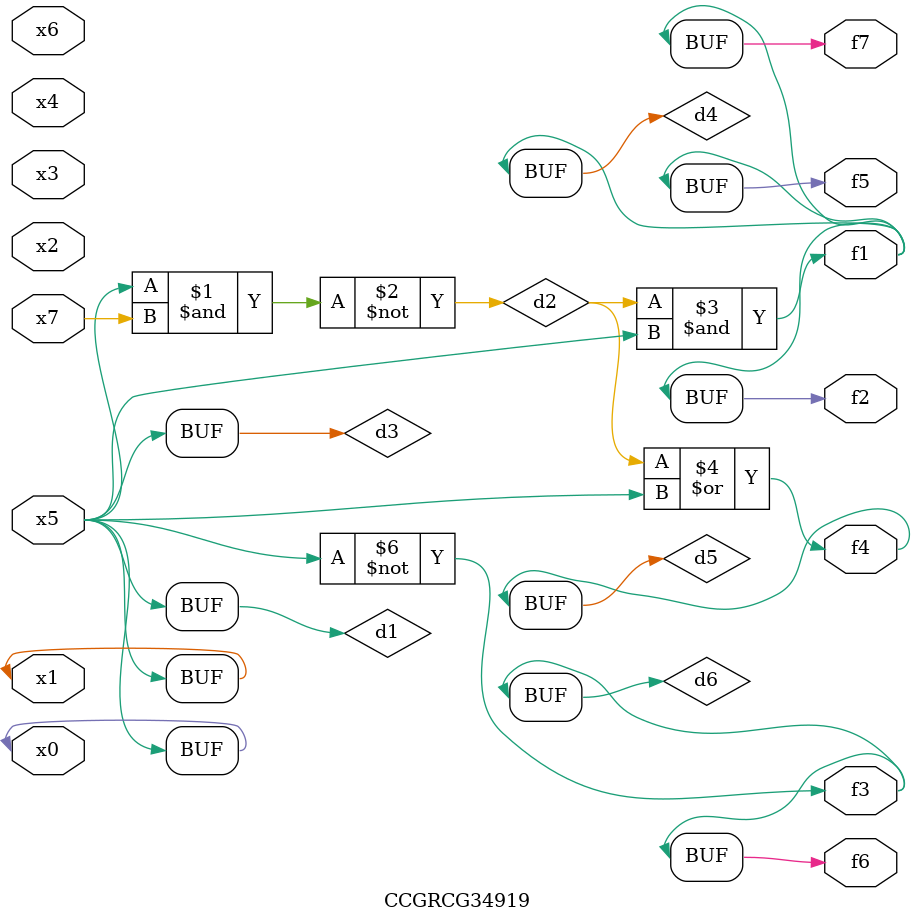
<source format=v>
module CCGRCG34919(
	input x0, x1, x2, x3, x4, x5, x6, x7,
	output f1, f2, f3, f4, f5, f6, f7
);

	wire d1, d2, d3, d4, d5, d6;

	buf (d1, x0, x5);
	nand (d2, x5, x7);
	buf (d3, x0, x1);
	and (d4, d2, d3);
	or (d5, d2, d3);
	nor (d6, d1, d3);
	assign f1 = d4;
	assign f2 = d4;
	assign f3 = d6;
	assign f4 = d5;
	assign f5 = d4;
	assign f6 = d6;
	assign f7 = d4;
endmodule

</source>
